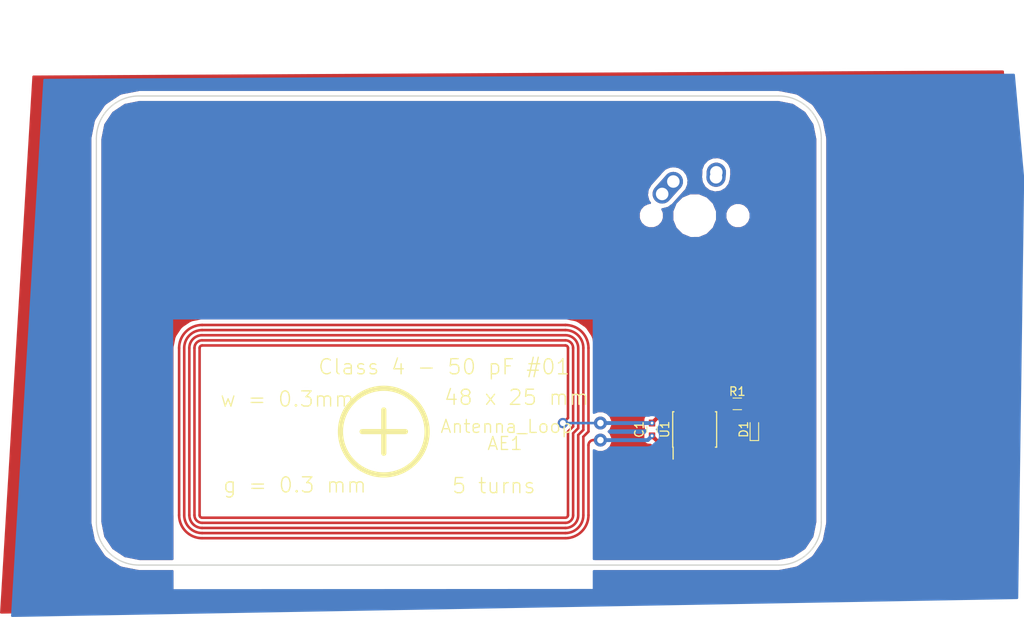
<source format=kicad_pcb>
(kicad_pcb (version 4) (host pcbnew 4.0.6)
  (layers (0 F.Cu signal) (31 B.Cu signal) (34 B.Paste user) (35 F.Paste user) (36 B.SilkS user hide) (37 F.SilkS user) (38 B.Mask user) (39 F.Mask user) (44 Edge.Cuts user))
  (net 0 "")
  (net 1 "Net-(D1-Pad2)")
  (net 2 "Net-(D1-Pad1)")
  (net 3 "Net-(R1-Pad1)")
  (net 4 "Net-(AE1-Pad1)")
  (net 5 "Net-(AE1-Pad2)")
  (module MX_Alps_Hybrid:MX-1U-NoLED (layer F.Cu) (at 102.15 40.03)
    (fp_text reference REF** hide)
    (fp_text value 1U)
    (pad 2 thru_hole oval (at 2.5 -4.5 86.0548) (size 2.831378 2.25) (drill 1.47 (offset 0.290689 0)) (layers *.Cu *.Mask))
    (pad 2 thru_hole circle (at 2.54 -5.08) (size 2.25 2.25) (drill 1.47) (layers *.Cu *.Mask))
    (pad 1 thru_hole oval (at -3.81 -2.54 48.09963212) (size 4.211556 2.25) (drill 1.47 (offset 0.980778 0)) (layers *.Cu *.Mask))
    (pad "" np_thru_hole circle (at 0 0) (size 3.9878 3.9878) (drill 3.9878) (layers *.Cu *.Mask))
    (pad 1 thru_hole circle (at -2.5 -4) (size 2.25 2.25) (drill 1.47) (layers *.Cu *.Mask))
    (pad "" np_thru_hole circle (at -5.08 0 48.0996) (size 1.7018 1.7018) (drill 1.7018) (layers *.Cu *.Mask))
    (pad "" np_thru_hole circle (at 5.08 0 48.0996) (size 1.7018 1.7018) (drill 1.7018) (layers *.Cu *.Mask))
  )
  (module Capacitors_SMD:C_0603 (layer F.Cu) (at 97.15 65.1 90)
    (fp_text reference C1 (at 0 -1.5 90) (layer F.SilkS))
    (fp_text value 130pF)
    (fp_line (start -0.35 -0.6) (end 0.35 -0.6) (layer F.SilkS) (width 0.12))
    (fp_line (start 0.35 0.6) (end -0.35 0.6) (layer F.SilkS) (width 0.12))
    (pad 1 smd rect (at -0.75 0 90) (size 0.8 0.75) (layers F.Cu F.Paste F.Mask) (net 5 "Net-(AE1-Pad2)"))
    (pad 2 smd rect (at 0.75 0 90) (size 0.8 0.75) (layers F.Cu F.Paste F.Mask) (net 4 "Net-(AE1-Pad1)"))
  )
  (module LEDs:LED_0603 (layer F.Cu) (at 109.15 65.1 90)
    (fp_text reference D1 (at 0 -1.25 90) (layer F.SilkS))
    (fp_text value 19-217/R6C-AL1M2VY/3T)
    (fp_line (start -1.3 -0.5) (end -1.3 0.5) (layer F.SilkS) (width 0.12))
    (fp_line (start -1.3 0.5) (end 0.8 0.5) (layer F.SilkS) (width 0.12))
    (fp_line (start -1.3 -0.5) (end 0.8 -0.5) (layer F.SilkS) (width 0.12))
    (pad 2 smd rect (at 0.8 0 270) (size 0.8 0.8) (layers F.Cu F.Paste F.Mask) (net 1 "Net-(D1-Pad2)"))
    (pad 1 smd rect (at -0.8 0 270) (size 0.8 0.8) (layers F.Cu F.Paste F.Mask) (net 2 "Net-(D1-Pad1)"))
  )
  (module Resistors_SMD:R_0603 (layer F.Cu) (at 107.15 62.1)
    (fp_text reference R1 (at 0 -1.45) (layer F.SilkS))
    (fp_text value 650)
    (fp_line (start 0.5 0.68) (end -0.5 0.68) (layer F.SilkS) (width 0.12))
    (fp_line (start -0.5 -0.68) (end 0.5 -0.68) (layer F.SilkS) (width 0.12))
    (pad 1 smd rect (at -0.75 0) (size 0.5 0.9) (layers F.Cu F.Paste F.Mask) (net 3 "Net-(R1-Pad1)"))
    (pad 2 smd rect (at 0.75 0) (size 0.5 0.9) (layers F.Cu F.Paste F.Mask) (net 1 "Net-(D1-Pad2)"))
  )
  (module Housings_SOIC:SOIC-8_3.9x4.9mm_Pitch1.27mm (layer F.Cu) (at 102.15 65.1 90)
    (fp_text reference U1 (at 0 -3.5 90) (layer F.SilkS))
    (fp_text value NT3H2111)
    (fp_line (start -2.075 -2.575) (end -2.075 -2.525) (layer F.SilkS) (width 0.15))
    (fp_line (start 2.075 -2.575) (end 2.075 -2.43) (layer F.SilkS) (width 0.15))
    (fp_line (start 2.075 2.575) (end 2.075 2.43) (layer F.SilkS) (width 0.15))
    (fp_line (start -2.075 2.575) (end -2.075 2.43) (layer F.SilkS) (width 0.15))
    (fp_line (start -2.075 -2.575) (end 2.075 -2.575) (layer F.SilkS) (width 0.15))
    (fp_line (start -2.075 2.575) (end 2.075 2.575) (layer F.SilkS) (width 0.15))
    (fp_line (start -2.075 -2.525) (end -3.475 -2.525) (layer F.SilkS) (width 0.15))
    (pad 1 smd rect (at -2.7 -1.905 90) (size 1.55 0.6) (layers F.Cu F.Paste F.Mask) (net 4 "Net-(AE1-Pad1)"))
    (pad 2 smd rect (at -2.7 -0.635 90) (size 1.55 0.6) (layers F.Cu F.Paste F.Mask) (net 2 "Net-(D1-Pad1)"))
    (pad 3 smd rect (at -2.7 0.635 90) (size 1.55 0.6) (layers F.Cu F.Paste F.Mask))
    (pad 4 smd rect (at -2.7 1.905 90) (size 1.55 0.6) (layers F.Cu F.Paste F.Mask))
    (pad 5 smd rect (at 2.7 1.905 90) (size 1.55 0.6) (layers F.Cu F.Paste F.Mask))
    (pad 6 smd rect (at 2.7 0.635 90) (size 1.55 0.6) (layers F.Cu F.Paste F.Mask))
    (pad 7 smd rect (at 2.7 -0.635 90) (size 1.55 0.6) (layers F.Cu F.Paste F.Mask) (net 3 "Net-(R1-Pad1)"))
    (pad 8 smd rect (at 2.7 -1.905 90) (size 1.55 0.6) (layers F.Cu F.Paste F.Mask) (net 5 "Net-(AE1-Pad2)"))
  )
  (module logos:Yiancar_text (layer F.Cu) (at 63.89 38.56)
    (fp_text reference LOGO hide)
    (fp_text value "" hide)
  )
  (module "NXP_ antenna:L_PICC_CLASS4_50PF_01" (layer F.Cu) (at 65.7 65.35)
    (fp_text reference AE1 (at 14.2 1.4) (layer F.SilkS))
    (fp_text value Antenna_Loop (at 14.4 -0.6) (layer F.SilkS))
    (fp_line (start -21.2979 12.49934) (end 21.2979 12.49934) (layer F.Cu) (width 0.29972))
    (fp_line (start -21.2979 11.8999) (end 21.2979 11.8999) (layer F.Cu) (width 0.29972))
    (fp_line (start -21.2979 11.29792) (end 21.2979 11.29792) (layer F.Cu) (width 0.29972))
    (fp_line (start -21.2979 10.69848) (end 21.2979 10.69848) (layer F.Cu) (width 0.29972))
    (fp_line (start -21.2979 10.09904) (end 21.2979 10.09904) (layer F.Cu) (width 0.29972))
    (fp_line (start 21.59762 0) (end 21.59762 9.79932) (layer F.Cu) (width 0.29972))
    (fp_line (start 22.1996 -9.79932) (end 22.1996 -0.59944) (layer F.Cu) (width 0.29972))
    (fp_line (start 22.1996 0.19812) (end 22.1996 9.79932) (layer F.Cu) (width 0.29972))
    (fp_line (start 22.79904 -9.79932) (end 22.79904 -0.39878) (layer F.Cu) (width 0.29972))
    (fp_line (start 22.79904 0.39878) (end 22.79904 9.79932) (layer F.Cu) (width 0.29972))
    (fp_line (start 23.39848 -9.79932) (end 23.39848 -0.19812) (layer F.Cu) (width 0.29972))
    (fp_line (start 23.99792 -9.79932) (end 23.99792 0) (layer F.Cu) (width 0.29972))
    (fp_line (start -21.59762 -9.79932) (end -21.59762 9.79932) (layer F.Cu) (width 0.29972))
    (fp_line (start -22.1996 -9.79932) (end -22.1996 9.79932) (layer F.Cu) (width 0.29972))
    (fp_line (start -22.79904 -9.79932) (end -22.79904 9.79932) (layer F.Cu) (width 0.29972))
    (fp_line (start -23.39848 -9.79932) (end -23.39848 9.79932) (layer F.Cu) (width 0.29972))
    (fp_line (start -23.99792 -9.79932) (end -23.99792 9.79932) (layer F.Cu) (width 0.29972))
    (fp_line (start -21.2979 -10.09904) (end 21.2979 -10.09904) (layer F.Cu) (width 0.29972))
    (fp_line (start -21.2979 -10.69848) (end 21.2979 -10.69848) (layer F.Cu) (width 0.29972))
    (fp_line (start -21.2979 -11.29792) (end 21.2979 -11.29792) (layer F.Cu) (width 0.29972))
    (fp_line (start -21.2979 -11.8999) (end 21.2979 -11.8999) (layer F.Cu) (width 0.29972))
    (fp_line (start -21.2979 -12.49934) (end 21.2979 -12.49934) (layer F.Cu) (width 0.29972))
    (fp_line (start 23.39848 -0.19812) (end 22.79904 0.39878) (layer F.Cu) (width 0.29972))
    (fp_line (start 22.79904 -0.39878) (end 22.1996 0.19812) (layer F.Cu) (width 0.29972))
    (fp_line (start 22.1996 -0.59944) (end 21.59762 0) (layer F.Cu) (width 0.29972))
    (fp_line (start 23.99792 0) (end 23.39848 0.59944) (layer F.Cu) (width 0.29972))
    (fp_line (start 23.39848 0.59944) (end 23.39848 9.79932) (layer F.Cu) (width 0.29972))
    (fp_line (start 21.59762 -9.79932) (end 21.59762 -1.59766) (layer F.Cu) (width 0.29972))
    (fp_line (start 21.59762 -1.59766) (end 20.99818 -0.99822) (layer F.Cu) (width 0.29972))
    (fp_line (start 23.99792 9.79932) (end 23.99792 1.59766) (layer F.Cu) (width 0.29972))
    (fp_line (start 24.5999 0.99822) (end 25.49906 0.99822) (layer F.Cu) (width 0.29972))
    (fp_line (start 20.99818 -0.99822) (end 25.49906 -0.99822) (layer B.Cu) (width 0.29972))
    (fp_line (start 0 -2.54) (end 0 2.54) (layer F.SilkS) (width 0.6096))
    (fp_line (start -2.54 0) (end 2.54 0) (layer F.SilkS) (width 0.6096))
    (fp_circle (center 0 0) (end 0 -5.08) (layer F.SilkS) (width 0.6096))
    (fp_arc (start 21.2979 -9.79932) (end 21.2979 -10.09904) (angle 90) (layer F.Cu) (width 0.29972))
    (fp_arc (start 21.2979 -9.79932) (end 21.2979 -10.69848) (angle 90) (layer F.Cu) (width 0.29972))
    (fp_arc (start 21.2979 -9.79932) (end 21.2979 -11.29792) (angle 90) (layer F.Cu) (width 0.29972))
    (fp_arc (start 21.2979 -9.79932) (end 21.2979 -11.8999) (angle 90) (layer F.Cu) (width 0.29972))
    (fp_arc (start 21.2979 -9.79932) (end 21.2979 -12.49934) (angle 90) (layer F.Cu) (width 0.29972))
    (fp_arc (start 21.2979 9.79932) (end 21.59762 9.79932) (angle 90) (layer F.Cu) (width 0.29972))
    (fp_arc (start 21.2979 9.79932) (end 22.1996 9.79932) (angle 90) (layer F.Cu) (width 0.29972))
    (fp_arc (start 21.2979 9.79932) (end 22.79904 9.79932) (angle 90) (layer F.Cu) (width 0.29972))
    (fp_arc (start 21.2979 9.79932) (end 23.39848 9.79932) (angle 90) (layer F.Cu) (width 0.29972))
    (fp_arc (start 21.2979 9.79932) (end 23.99792 9.79932) (angle 90) (layer F.Cu) (width 0.29972))
    (fp_arc (start -21.2979 9.79932) (end -21.2979 10.09904) (angle 90) (layer F.Cu) (width 0.29972))
    (fp_arc (start -21.2979 9.79932) (end -21.2979 10.69848) (angle 90) (layer F.Cu) (width 0.29972))
    (fp_arc (start -21.2979 9.79932) (end -21.2979 11.29792) (angle 90) (layer F.Cu) (width 0.29972))
    (fp_arc (start -21.2979 9.79932) (end -21.2979 11.8999) (angle 90) (layer F.Cu) (width 0.29972))
    (fp_arc (start -21.2979 9.79932) (end -21.2979 12.49934) (angle 90) (layer F.Cu) (width 0.29972))
    (fp_arc (start -21.2979 -9.79932) (end -21.59762 -9.79932) (angle 90) (layer F.Cu) (width 0.29972))
    (fp_arc (start -21.2979 -9.79932) (end -22.1996 -9.79932) (angle 90) (layer F.Cu) (width 0.29972))
    (fp_arc (start -21.2979 -9.79932) (end -22.79904 -9.79932) (angle 90) (layer F.Cu) (width 0.29972))
    (fp_arc (start -21.2979 -9.79932) (end -23.39848 -9.79932) (angle 90) (layer F.Cu) (width 0.29972))
    (fp_arc (start -21.2979 -9.79932) (end -23.99792 -9.79932) (angle 90) (layer F.Cu) (width 0.29972))
    (fp_arc (start 24.5999 1.59766) (end 23.99792 1.59766) (angle 90) (layer F.Cu) (width 0.29972))
    (fp_text user "48 x 25 mm" (at 15.56766 -4.00812) (layer F.SilkS) (effects (font (size 1.778 1.778) (thickness 0.1524))))
    (fp_text user "w = 0.3mm" (at -11.31824 -3.80746) (layer F.SilkS) (effects (font (size 1.778 1.778) (thickness 0.1524))))
    (fp_text user "g = 0.3 mm" (at -10.42924 6.26872) (layer F.SilkS) (effects (font (size 1.778 1.778) (thickness 0.1524))))
    (fp_text user "5 turns" (at 12.90066 6.35) (layer F.SilkS) (effects (font (size 1.778 1.778) (thickness 0.1524))))
    (fp_text user "Class 4 - 50 pF #01" (at 7.06882 -7.58698) (layer F.SilkS) (effects (font (size 1.778 1.778) (thickness 0.1524))))
    (pad "" thru_hole circle (at 20.99818 -0.99822 90) (size 1.2065 1.2065) (drill 0.6985) (layers *.Cu *.Mask))
    (pad 1 thru_hole circle (at 25.4 -1) (size 1.524 1.524) (drill 0.762) (layers *.Cu *.Mask) (net 4 "Net-(AE1-Pad1)"))
    (pad 2 thru_hole circle (at 25.4 1) (size 1.524 1.524) (drill 0.762) (layers *.Cu *.Mask) (net 5 "Net-(AE1-Pad2)"))
  )
  (gr_arc (start 112 76) (end 117 76) (angle 90) (layer Edge.Cuts) (width 0.15))
  (gr_arc (start 112 31) (end 112 26) (angle 90) (layer Edge.Cuts) (width 0.15))
  (gr_arc (start 37 31) (end 32 31) (angle 90) (layer Edge.Cuts) (width 0.15))
  (gr_arc (start 37 76) (end 37 81) (angle 90) (layer Edge.Cuts) (width 0.15))
  (gr_line (start 32 76) (end 32 31) (layer Edge.Cuts) (width 0.15))
  (gr_line (start 112 81) (end 37 81) (layer Edge.Cuts) (width 0.15))
  (gr_line (start 117 31) (end 117 76) (layer Edge.Cuts) (width 0.15))
  (gr_line (start 37 26) (end 112 26) (layer Edge.Cuts) (width 0.15))
  (segment (start 109.15 64.3) (end 109.15 63.35) (width 0.4572) (layer F.Cu) (net 1))
  (segment (start 109.15 63.35) (end 107.9 62.1) (width 0.4572) (layer F.Cu) (net 1))
  (segment (start 101.515 67.8) (end 101.515 66.5678) (width 0.4572) (layer F.Cu) (net 2))
  (segment (start 101.515 66.5678) (end 102.1828 65.9) (width 0.4572) (layer F.Cu) (net 2))
  (segment (start 102.1828 65.9) (end 109.15 65.9) (width 0.4572) (layer F.Cu) (net 2))
  (segment (start 101.515 62.4) (end 101.515 63.6322) (width 0.4572) (layer F.Cu) (net 3))
  (segment (start 105.15 64.1) (end 106.4 62.85) (width 0.4572) (layer F.Cu) (net 3))
  (segment (start 101.515 63.6322) (end 101.9828 64.1) (width 0.4572) (layer F.Cu) (net 3))
  (segment (start 101.9828 64.1) (end 105.15 64.1) (width 0.4572) (layer F.Cu) (net 3))
  (segment (start 106.4 62.85) (end 106.4 62.1) (width 0.4572) (layer F.Cu) (net 3))
  (segment (start 91.1 64.35) (end 97.15 64.35) (width 0.4572) (layer B.Cu) (net 4))
  (via (at 97.15 64.35) (size 0.6) (drill 0.3) (layers F.Cu B.Cu) (net 4))
  (segment (start 99.1 62.4) (end 97.15 64.35) (width 0.4572) (layer F.Cu) (net 4))
  (segment (start 100.245 67.8) (end 99.1 67.8) (width 0.4572) (layer F.Cu) (net 4))
  (segment (start 91.1 66.35) (end 96.65 66.35) (width 0.4572) (layer B.Cu) (net 5))
  (segment (start 96.65 66.35) (end 97.15 65.85) (width 0.4572) (layer B.Cu) (net 5))
  (via (at 97.15 65.85) (size 0.6) (drill 0.3) (layers F.Cu B.Cu) (net 5))
  (segment (start 99.1 67.8) (end 97.15 65.85) (width 0.4572) (layer F.Cu) (net 5))
  (segment (start 100.245 62.4) (end 99.1 62.4) (width 0.4572) (layer F.Cu) (net 5))
  (zone (net 0) (net_name "") (layer F.Cu) (connect_pads (clearance 0.508)) (min_thickness 0.254) (fill yes (arc_segments 16) (thermal_gap 0.508) (thermal_bridge_width 0.508))
    (polygon (pts (xy 139.5 35.2) (xy 138.8 84.6) (xy 20.7 86.7) (xy 24.5 23.6) (xy 138.4 23)))
  )
  (zone (net 0) (net_name "") (layer B.Cu) (connect_pads (clearance 0.508)) (min_thickness 0.254) (fill yes (mode segment) (arc_segments 16) (thermal_gap 0.508) (thermal_bridge_width 0.508))
    (polygon (pts (xy 140.786845 35.586812) (xy 140.086845 84.986812) (xy 21.986845 87.086812) (xy 25.786845 23.986812) (xy 139.686845 23.386812)))
  )
  (zone (net 0) (net_name "") (layer F.Cu) (connect_pads (clearance 0.508)) (min_thickness 0.254)
    (keepout (tracks allowed) (vias allowed) (copperpour not_allowed))
    (fill yes (arc_segments 16) (thermal_gap 0.508) (thermal_bridge_width 0.508))
    (polygon (pts (xy 41.05 55.4) (xy 90.35 55.4) (xy 90.35 84.6) (xy 41.05 84.6)))
  )
  (zone (net 0) (net_name "") (layer B.Cu) (connect_pads (clearance 0.508)) (min_thickness 0.254)
    (keepout (tracks allowed) (vias allowed) (copperpour not_allowed))
    (fill (arc_segments 16) (thermal_gap 0.508) (thermal_bridge_width 0.508))
    (polygon (pts (xy 41 52.2) (xy 90.2 52.2) (xy 90.2 83.8) (xy 41.046121 83.82662)))
  )
)
</source>
